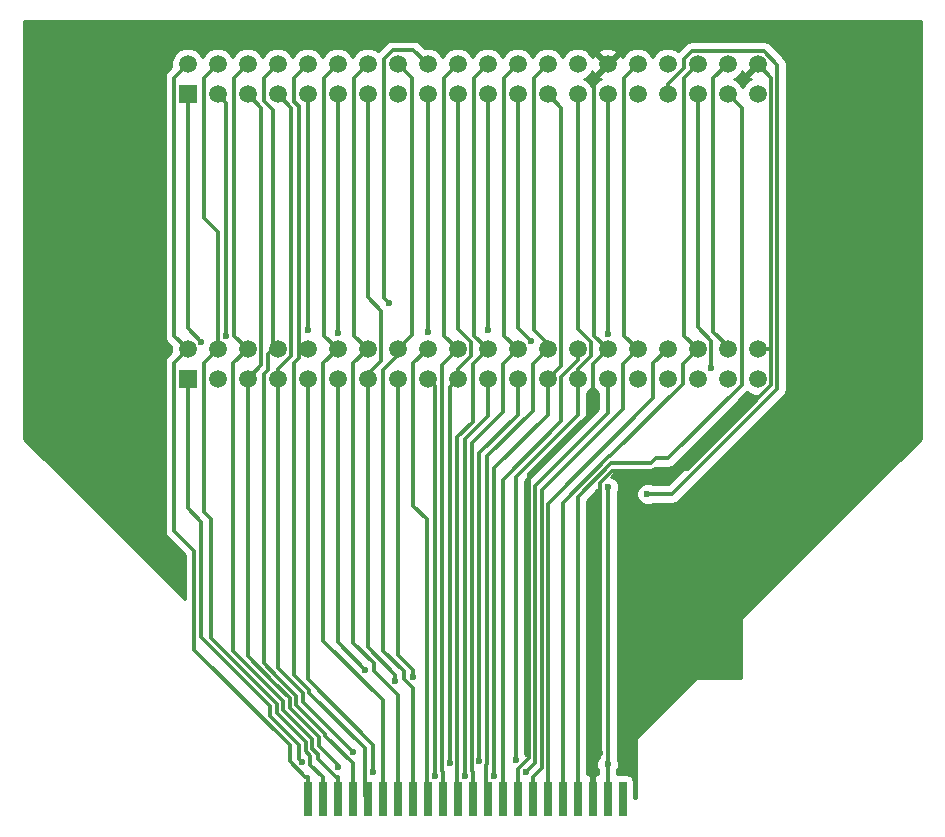
<source format=gbl>
G04 #@! TF.FileFunction,Copper,L2,Bot,Signal*
%FSLAX46Y46*%
G04 Gerber Fmt 4.6, Leading zero omitted, Abs format (unit mm)*
G04 Created by KiCad (PCBNEW 4.0.2+dfsg1-stable) date Fri 01 Mar 2019 18:56:52 CET*
%MOMM*%
G01*
G04 APERTURE LIST*
%ADD10C,0.100000*%
%ADD11R,1.520000X1.520000*%
%ADD12C,1.520000*%
%ADD13R,0.635000X3.000000*%
%ADD14C,0.600000*%
%ADD15C,0.350000*%
%ADD16C,0.254000*%
G04 APERTURE END LIST*
D10*
D11*
X132080000Y-71120000D03*
D12*
X132080000Y-68580000D03*
X134620000Y-71120000D03*
X134620000Y-68580000D03*
X137160000Y-71120000D03*
X137160000Y-68580000D03*
X139700000Y-71120000D03*
X139700000Y-68580000D03*
X142240000Y-71120000D03*
X142240000Y-68580000D03*
X144780000Y-71120000D03*
X144780000Y-68580000D03*
X147320000Y-71120000D03*
X147320000Y-68580000D03*
X149860000Y-71120000D03*
X149860000Y-68580000D03*
X152400000Y-71120000D03*
X152400000Y-68580000D03*
X154940000Y-71120000D03*
X154940000Y-68580000D03*
X157480000Y-71120000D03*
X157480000Y-68580000D03*
X160020000Y-71120000D03*
X160020000Y-68580000D03*
X162560000Y-71120000D03*
X162560000Y-68580000D03*
X165100000Y-71120000D03*
X165100000Y-68580000D03*
X167640000Y-71120000D03*
X167640000Y-68580000D03*
X170180000Y-71120000D03*
X170180000Y-68580000D03*
X172720000Y-71120000D03*
X172720000Y-68580000D03*
X175260000Y-71120000D03*
X175260000Y-68580000D03*
X177800000Y-71120000D03*
X177800000Y-68580000D03*
X180340000Y-71120000D03*
X180340000Y-68580000D03*
D13*
X142240000Y-130810000D03*
X143510000Y-130810000D03*
X144780000Y-130810000D03*
X146050000Y-130810000D03*
X147320000Y-130810000D03*
X148590000Y-130810000D03*
X149860000Y-130810000D03*
X151130000Y-130810000D03*
X152400000Y-130810000D03*
X153670000Y-130810000D03*
X154940000Y-130810000D03*
X156210000Y-130810000D03*
X157480000Y-130810000D03*
X158750000Y-130810000D03*
X160020000Y-130810000D03*
X161290000Y-130810000D03*
X162560000Y-130810000D03*
X163830000Y-130810000D03*
X165100000Y-130810000D03*
X166370000Y-130810000D03*
X167640000Y-130810000D03*
X168910000Y-130810000D03*
D11*
X132080000Y-95250000D03*
D12*
X132080000Y-92710000D03*
X134620000Y-95250000D03*
X134620000Y-92710000D03*
X137160000Y-95250000D03*
X137160000Y-92710000D03*
X139700000Y-95250000D03*
X139700000Y-92710000D03*
X142240000Y-95250000D03*
X142240000Y-92710000D03*
X144780000Y-95250000D03*
X144780000Y-92710000D03*
X147320000Y-95250000D03*
X147320000Y-92710000D03*
X149860000Y-95250000D03*
X149860000Y-92710000D03*
X152400000Y-95250000D03*
X152400000Y-92710000D03*
X154940000Y-95250000D03*
X154940000Y-92710000D03*
X157480000Y-95250000D03*
X157480000Y-92710000D03*
X160020000Y-95250000D03*
X160020000Y-92710000D03*
X162560000Y-95250000D03*
X162560000Y-92710000D03*
X165100000Y-95250000D03*
X165100000Y-92710000D03*
X167640000Y-95250000D03*
X167640000Y-92710000D03*
X170180000Y-95250000D03*
X170180000Y-92710000D03*
X172720000Y-95250000D03*
X172720000Y-92710000D03*
X175260000Y-95250000D03*
X175260000Y-92710000D03*
X177800000Y-95250000D03*
X177800000Y-92710000D03*
X180340000Y-95250000D03*
X180340000Y-92710000D03*
D14*
X141781300Y-127655600D03*
X133215400Y-92053400D03*
X135316200Y-91562300D03*
X144780000Y-128114600D03*
X146050000Y-126807800D03*
X147754200Y-128500500D03*
X142240000Y-91074000D03*
X147145700Y-119828600D03*
X144780000Y-91356900D03*
X149668200Y-120814400D03*
X151130000Y-120436300D03*
X152994200Y-128810900D03*
X152400000Y-91259900D03*
X154263700Y-127694200D03*
X155532700Y-128810900D03*
X157480000Y-91071500D03*
X156800700Y-127530600D03*
X161155400Y-92038700D03*
X158066600Y-128810900D03*
X159860600Y-127479300D03*
X160718200Y-128532100D03*
X167640000Y-91400100D03*
X171016100Y-104962200D03*
X176395300Y-94327500D03*
X167696900Y-104387000D03*
X167640000Y-127858500D03*
X167005000Y-126904100D03*
X149123600Y-88817700D03*
D15*
X142240000Y-130810000D02*
X142240000Y-128934700D01*
X130944600Y-93845400D02*
X132080000Y-92710000D01*
X130944600Y-108053400D02*
X130944600Y-93845400D01*
X132653300Y-109762100D02*
X130944600Y-108053400D01*
X132653300Y-118138300D02*
X132653300Y-109762100D01*
X140731500Y-126216500D02*
X132653300Y-118138300D01*
X140731500Y-127599400D02*
X140731500Y-126216500D01*
X142066800Y-128934700D02*
X140731500Y-127599400D01*
X142240000Y-128934700D02*
X142066800Y-128934700D01*
X130944600Y-69715400D02*
X132080000Y-68580000D01*
X130944600Y-91574600D02*
X130944600Y-69715400D01*
X132080000Y-92710000D02*
X130944600Y-91574600D01*
X176609400Y-69770600D02*
X177800000Y-68580000D01*
X176609400Y-91239000D02*
X176609400Y-69770600D01*
X177800000Y-92429600D02*
X176609400Y-91239000D01*
X177800000Y-92710000D02*
X177800000Y-92429600D01*
X132080000Y-106173900D02*
X132080000Y-95250000D01*
X133203700Y-107297600D02*
X132080000Y-106173900D01*
X133203700Y-117071800D02*
X133203700Y-107297600D01*
X139080500Y-122948600D02*
X133203700Y-117071800D01*
X139080600Y-122948600D02*
X139080500Y-122948600D01*
X139080600Y-123727000D02*
X139080600Y-122948600D01*
X141538700Y-126185100D02*
X139080600Y-123727000D01*
X141538700Y-127413000D02*
X141538700Y-126185100D01*
X141781300Y-127655600D02*
X141538700Y-127413000D01*
X132080000Y-90918000D02*
X133215400Y-92053400D01*
X132080000Y-71120000D02*
X132080000Y-90918000D01*
X135316200Y-71816200D02*
X134620000Y-71120000D01*
X135316200Y-91562300D02*
X135316200Y-71816200D01*
X137160000Y-118693200D02*
X137160000Y-95250000D01*
X139442200Y-120975400D02*
X137160000Y-118693200D01*
X139442300Y-120975400D02*
X139442200Y-120975400D01*
X140731500Y-122264600D02*
X139442300Y-120975400D01*
X140731500Y-123043000D02*
X140731500Y-122264600D01*
X143189600Y-125501100D02*
X140731500Y-123043000D01*
X143189600Y-126279400D02*
X143189600Y-125501100D01*
X144780000Y-127869800D02*
X143189600Y-126279400D01*
X144780000Y-128114600D02*
X144780000Y-127869800D01*
X138331500Y-72291500D02*
X137160000Y-71120000D01*
X138331500Y-94078500D02*
X138331500Y-72291500D01*
X137160000Y-95250000D02*
X138331500Y-94078500D01*
X139700000Y-94393700D02*
X139700000Y-95250000D01*
X140856300Y-93237400D02*
X139700000Y-94393700D01*
X140856300Y-72276300D02*
X140856300Y-93237400D01*
X139700000Y-71120000D02*
X140856300Y-72276300D01*
X139700000Y-119676600D02*
X139700000Y-95250000D01*
X139700100Y-119676600D02*
X139700000Y-119676600D01*
X141832100Y-121808600D02*
X139700100Y-119676600D01*
X141832100Y-122587000D02*
X141832100Y-121808600D01*
X146050000Y-126804900D02*
X141832100Y-122587000D01*
X146050000Y-126807800D02*
X146050000Y-126804900D01*
X142240000Y-71120000D02*
X142240000Y-91074000D01*
X142240000Y-120659900D02*
X142240000Y-95250000D01*
X147754200Y-126174100D02*
X142240000Y-120659900D01*
X147754200Y-128500500D02*
X147754200Y-126174100D01*
X144780000Y-117462900D02*
X144780000Y-95250000D01*
X147145700Y-119828600D02*
X144780000Y-117462900D01*
X144780000Y-71120000D02*
X144780000Y-91356900D01*
X147320000Y-117907600D02*
X147320000Y-95250000D01*
X149668200Y-120255800D02*
X147320000Y-117907600D01*
X149668200Y-120814400D02*
X149668200Y-120255800D01*
X147320000Y-94816400D02*
X147320000Y-95250000D01*
X148470800Y-93665600D02*
X147320000Y-94816400D01*
X148470800Y-89469700D02*
X148470800Y-93665600D01*
X147320000Y-88318900D02*
X148470800Y-89469700D01*
X147320000Y-71120000D02*
X147320000Y-88318900D01*
X149860000Y-118564700D02*
X149860000Y-95250000D01*
X151130000Y-119834700D02*
X149860000Y-118564700D01*
X151130000Y-120436300D02*
X151130000Y-119834700D01*
X152994200Y-95844200D02*
X152400000Y-95250000D01*
X152994200Y-128810900D02*
X152994200Y-95844200D01*
X152400000Y-71120000D02*
X152400000Y-91259900D01*
X154263700Y-95926300D02*
X154940000Y-95250000D01*
X154263700Y-127694200D02*
X154263700Y-95926300D01*
X154940000Y-94393700D02*
X154940000Y-95250000D01*
X156085100Y-93248600D02*
X154940000Y-94393700D01*
X156085100Y-92093500D02*
X156085100Y-93248600D01*
X154940000Y-90948400D02*
X156085100Y-92093500D01*
X154940000Y-71120000D02*
X154940000Y-90948400D01*
X157480000Y-98376700D02*
X157480000Y-95250000D01*
X155532700Y-100324000D02*
X157480000Y-98376700D01*
X155532700Y-128810900D02*
X155532700Y-100324000D01*
X157480000Y-71120000D02*
X157480000Y-91071500D01*
X160020000Y-98247800D02*
X160020000Y-95250000D01*
X156800700Y-101467100D02*
X160020000Y-98247800D01*
X156800700Y-127530600D02*
X156800700Y-101467100D01*
X160020000Y-90903300D02*
X161155400Y-92038700D01*
X160020000Y-71120000D02*
X160020000Y-90903300D01*
X163703100Y-72263100D02*
X162560000Y-71120000D01*
X163703100Y-94106900D02*
X163703100Y-72263100D01*
X162560000Y-95250000D02*
X163703100Y-94106900D01*
X158066600Y-102722000D02*
X158066600Y-128810900D01*
X162560000Y-98228600D02*
X158066600Y-102722000D01*
X162560000Y-95250000D02*
X162560000Y-98228600D01*
X165100000Y-94393700D02*
X165100000Y-95250000D01*
X166245100Y-93248600D02*
X165100000Y-94393700D01*
X166245100Y-92093500D02*
X166245100Y-93248600D01*
X165100000Y-90948400D02*
X166245100Y-92093500D01*
X165100000Y-71120000D02*
X165100000Y-90948400D01*
X165100000Y-98284000D02*
X165100000Y-95250000D01*
X159860600Y-103523400D02*
X165100000Y-98284000D01*
X159860600Y-127479300D02*
X159860600Y-103523400D01*
X167640000Y-71120000D02*
X167640000Y-91400100D01*
X167640000Y-98113300D02*
X167640000Y-95250000D01*
X161511500Y-104241800D02*
X167640000Y-98113300D01*
X161511500Y-127738800D02*
X161511500Y-104241800D01*
X160718200Y-128532100D02*
X161511500Y-127738800D01*
X173126000Y-104962200D02*
X171016100Y-104962200D01*
X182032400Y-96055800D02*
X173126000Y-104962200D01*
X182032400Y-68600300D02*
X182032400Y-96055800D01*
X180872400Y-67440300D02*
X182032400Y-68600300D01*
X174794000Y-67440300D02*
X180872400Y-67440300D01*
X174124600Y-68109700D02*
X174794000Y-67440300D01*
X174124600Y-68859100D02*
X174124600Y-68109700D01*
X172720000Y-70263700D02*
X174124600Y-68859100D01*
X172720000Y-71120000D02*
X172720000Y-70263700D01*
X176395300Y-91980000D02*
X176395300Y-94327500D01*
X175260000Y-90844700D02*
X176395300Y-91980000D01*
X175260000Y-71120000D02*
X175260000Y-90844700D01*
X167640000Y-127858500D02*
X167640000Y-130810000D01*
X167696900Y-127801600D02*
X167696900Y-104387000D01*
X167640000Y-127858500D02*
X167696900Y-127801600D01*
X160020000Y-130810000D02*
X160020000Y-128934700D01*
X166472500Y-69747500D02*
X167640000Y-68580000D01*
X166472500Y-91542500D02*
X166472500Y-69747500D01*
X167640000Y-92710000D02*
X166472500Y-91542500D01*
X180340000Y-92710000D02*
X181481200Y-92710000D01*
X181481200Y-69721200D02*
X181481200Y-92710000D01*
X180340000Y-68580000D02*
X181481200Y-69721200D01*
X166370000Y-127539100D02*
X167005000Y-126904100D01*
X166370000Y-130810000D02*
X166370000Y-127539100D01*
X166370000Y-93980000D02*
X167640000Y-92710000D01*
X166370000Y-97889300D02*
X166370000Y-93980000D01*
X160961200Y-103298100D02*
X166370000Y-97889300D01*
X160961200Y-127333800D02*
X160961200Y-103298100D01*
X160020100Y-128274900D02*
X160961200Y-127333800D01*
X160020000Y-128274900D02*
X160020100Y-128274900D01*
X160020000Y-128934700D02*
X160020000Y-128274900D01*
X167005000Y-104063100D02*
X167005000Y-126904100D01*
X168040500Y-103027600D02*
X167005000Y-104063100D01*
X171403600Y-103027600D02*
X168040500Y-103027600D01*
X171631600Y-102799600D02*
X171403600Y-103027600D01*
X174447300Y-102799600D02*
X171631600Y-102799600D01*
X181481200Y-95765700D02*
X174447300Y-102799600D01*
X181481200Y-92710000D02*
X181481200Y-95765700D01*
X143510000Y-130810000D02*
X143510000Y-128934700D01*
X133478800Y-93851200D02*
X134620000Y-92710000D01*
X133478800Y-106519100D02*
X133478800Y-93851200D01*
X134029100Y-107069400D02*
X133478800Y-106519100D01*
X134029100Y-117118900D02*
X134029100Y-107069400D01*
X138986200Y-122076000D02*
X134029100Y-117118900D01*
X138986300Y-122076000D02*
X138986200Y-122076000D01*
X139630900Y-122720600D02*
X138986300Y-122076000D01*
X139630900Y-123499000D02*
X139630900Y-122720600D01*
X142089000Y-125957100D02*
X139630900Y-123499000D01*
X142089000Y-126735400D02*
X142089000Y-125957100D01*
X142456700Y-127103100D02*
X142089000Y-126735400D01*
X142456700Y-127881400D02*
X142456700Y-127103100D01*
X143510000Y-128934700D02*
X142456700Y-127881400D01*
X133478800Y-69721200D02*
X134620000Y-68580000D01*
X133478800Y-81606400D02*
X133478800Y-69721200D01*
X134620000Y-82747600D02*
X133478800Y-81606400D01*
X134620000Y-92710000D02*
X134620000Y-82747600D01*
X144780000Y-130810000D02*
X144780000Y-128934700D01*
X136012300Y-69727700D02*
X137160000Y-68580000D01*
X136012300Y-91562300D02*
X136012300Y-69727700D01*
X137160000Y-92710000D02*
X136012300Y-91562300D01*
X135969400Y-93900600D02*
X137160000Y-92710000D01*
X135969400Y-118280900D02*
X135969400Y-93900600D01*
X139214200Y-121525700D02*
X135969400Y-118280900D01*
X139214300Y-121525700D02*
X139214200Y-121525700D01*
X140181200Y-122492600D02*
X139214300Y-121525700D01*
X140181200Y-123271000D02*
X140181200Y-122492600D01*
X142639300Y-125729100D02*
X140181200Y-123271000D01*
X142639300Y-126507400D02*
X142639300Y-125729100D01*
X143106700Y-126974800D02*
X142639300Y-126507400D01*
X143106700Y-127396300D02*
X143106700Y-126974800D01*
X144645100Y-128934700D02*
X143106700Y-127396300D01*
X144780000Y-128934700D02*
X144645100Y-128934700D01*
X139298200Y-92710000D02*
X139700000Y-92710000D01*
X138538500Y-69741500D02*
X139700000Y-68580000D01*
X138538500Y-71720100D02*
X138538500Y-69741500D01*
X139298200Y-72479800D02*
X138538500Y-71720100D01*
X139298200Y-92710000D02*
X139298200Y-72479800D01*
X138896400Y-93111800D02*
X139298200Y-92710000D01*
X138896400Y-94448000D02*
X138896400Y-93111800D01*
X138548300Y-94796100D02*
X138896400Y-94448000D01*
X138548300Y-119303200D02*
X138548300Y-94796100D01*
X139670200Y-120425100D02*
X138548300Y-119303200D01*
X139670300Y-120425100D02*
X139670200Y-120425100D01*
X141281800Y-122036600D02*
X139670300Y-120425100D01*
X141281800Y-122815000D02*
X141281800Y-122036600D01*
X143739900Y-125273100D02*
X141281800Y-122815000D01*
X143739900Y-125452700D02*
X143739900Y-125273100D01*
X146050000Y-127762800D02*
X143739900Y-125452700D01*
X146050000Y-130810000D02*
X146050000Y-127762800D01*
X141485700Y-92710000D02*
X142240000Y-92710000D01*
X141098900Y-69721100D02*
X142240000Y-68580000D01*
X141098900Y-71740500D02*
X141098900Y-69721100D01*
X141485700Y-72127300D02*
X141098900Y-71740500D01*
X141485700Y-92710000D02*
X141485700Y-72127300D01*
X141485700Y-93464300D02*
X141485700Y-92710000D01*
X141103900Y-93846100D02*
X141485700Y-93464300D01*
X141103900Y-120302100D02*
X141103900Y-93846100D01*
X142382400Y-121580600D02*
X141103900Y-120302100D01*
X142382400Y-121795400D02*
X142382400Y-121580600D01*
X147078800Y-126491800D02*
X142382400Y-121795400D01*
X147078800Y-130568800D02*
X147078800Y-126491800D01*
X147320000Y-130810000D02*
X147078800Y-130568800D01*
X143589400Y-93900600D02*
X144780000Y-92710000D01*
X143589400Y-117393200D02*
X143589400Y-93900600D01*
X148590000Y-122393800D02*
X143589400Y-117393200D01*
X148590000Y-130810000D02*
X148590000Y-122393800D01*
X143632300Y-69727700D02*
X144780000Y-68580000D01*
X143632300Y-91562300D02*
X143632300Y-69727700D01*
X144780000Y-92710000D02*
X143632300Y-91562300D01*
X146129400Y-93900600D02*
X147320000Y-92710000D01*
X146129400Y-117561900D02*
X146129400Y-93900600D01*
X147851400Y-119283900D02*
X146129400Y-117561900D01*
X147851400Y-119962000D02*
X147851400Y-119283900D01*
X149860000Y-121970600D02*
X147851400Y-119962000D01*
X149860000Y-130810000D02*
X149860000Y-121970600D01*
X146172300Y-69727700D02*
X147320000Y-68580000D01*
X146172300Y-91562300D02*
X146172300Y-69727700D01*
X147320000Y-92710000D02*
X146172300Y-91562300D01*
X149860000Y-93231500D02*
X149860000Y-92710000D01*
X148669400Y-94422100D02*
X149860000Y-93231500D01*
X148669400Y-118219000D02*
X148669400Y-94422100D01*
X150377000Y-119926600D02*
X148669400Y-118219000D01*
X150377000Y-120638300D02*
X150377000Y-119926600D01*
X151130000Y-121391300D02*
X150377000Y-120638300D01*
X151130000Y-130810000D02*
X151130000Y-121391300D01*
X151046000Y-91524000D02*
X149860000Y-92710000D01*
X151046000Y-69766000D02*
X151046000Y-91524000D01*
X149860000Y-68580000D02*
X151046000Y-69766000D01*
X152318900Y-130728900D02*
X152400000Y-130810000D01*
X152318900Y-107106100D02*
X152318900Y-130728900D01*
X151209400Y-105996600D02*
X152318900Y-107106100D01*
X151209400Y-93900600D02*
X151209400Y-105996600D01*
X152400000Y-92710000D02*
X151209400Y-93900600D01*
X148697800Y-88391900D02*
X149123600Y-88817700D01*
X148697800Y-68124200D02*
X148697800Y-88391900D01*
X149438600Y-67383400D02*
X148697800Y-68124200D01*
X151203400Y-67383400D02*
X149438600Y-67383400D01*
X152400000Y-68580000D02*
X151203400Y-67383400D01*
X153670000Y-130810000D02*
X153670000Y-128934700D01*
X153588400Y-94061600D02*
X154940000Y-92710000D01*
X153588400Y-128450000D02*
X153588400Y-94061600D01*
X153670000Y-128531600D02*
X153588400Y-128450000D01*
X153670000Y-128934700D02*
X153670000Y-128531600D01*
X153786300Y-91556300D02*
X154940000Y-92710000D01*
X153786300Y-69733700D02*
X153786300Y-91556300D01*
X154940000Y-68580000D02*
X153786300Y-69733700D01*
X156210000Y-93980000D02*
X157480000Y-92710000D01*
X156210000Y-98868400D02*
X156210000Y-93980000D01*
X154939000Y-100139400D02*
X156210000Y-98868400D01*
X154939000Y-127974000D02*
X154939000Y-100139400D01*
X154857400Y-128055600D02*
X154939000Y-127974000D01*
X154857400Y-130727400D02*
X154857400Y-128055600D01*
X154940000Y-130810000D02*
X154857400Y-130727400D01*
X156312500Y-69747500D02*
X157480000Y-68580000D01*
X156312500Y-91542500D02*
X156312500Y-69747500D01*
X157480000Y-92710000D02*
X156312500Y-91542500D01*
X156210000Y-130810000D02*
X156210000Y-128934700D01*
X158750000Y-93980000D02*
X160020000Y-92710000D01*
X158750000Y-97978900D02*
X158750000Y-93980000D01*
X156125400Y-100603500D02*
X158750000Y-97978900D01*
X156125400Y-128448500D02*
X156125400Y-100603500D01*
X156210000Y-128533100D02*
X156125400Y-128448500D01*
X156210000Y-128934700D02*
X156210000Y-128533100D01*
X158852500Y-69747500D02*
X160020000Y-68580000D01*
X158852500Y-91542500D02*
X158852500Y-69747500D01*
X160020000Y-92710000D02*
X158852500Y-91542500D01*
X161392500Y-69747500D02*
X162560000Y-68580000D01*
X161392500Y-91072600D02*
X161392500Y-69747500D01*
X162560000Y-92240100D02*
X161392500Y-91072600D01*
X162560000Y-92710000D02*
X162560000Y-92240100D01*
X157391300Y-130721300D02*
X157480000Y-130810000D01*
X157391300Y-127895100D02*
X157391300Y-130721300D01*
X157476000Y-127810400D02*
X157391300Y-127895100D01*
X157476000Y-101780100D02*
X157476000Y-127810400D01*
X161290000Y-97966100D02*
X157476000Y-101780100D01*
X161290000Y-93980000D02*
X161290000Y-97966100D01*
X162560000Y-92710000D02*
X161290000Y-93980000D01*
X165100000Y-93615300D02*
X165100000Y-92710000D01*
X163695400Y-95019900D02*
X165100000Y-93615300D01*
X163695400Y-98816400D02*
X163695400Y-95019900D01*
X158750000Y-103761800D02*
X163695400Y-98816400D01*
X158750000Y-130810000D02*
X158750000Y-103761800D01*
X161290000Y-130810000D02*
X161290000Y-128934700D01*
X169012500Y-69747500D02*
X170180000Y-68580000D01*
X169012500Y-91542500D02*
X169012500Y-69747500D01*
X170180000Y-92710000D02*
X169012500Y-91542500D01*
X168910000Y-93980000D02*
X170180000Y-92710000D01*
X168910000Y-97786800D02*
X168910000Y-93980000D01*
X162061800Y-104635000D02*
X168910000Y-97786800D01*
X162061800Y-128162900D02*
X162061800Y-104635000D01*
X161290000Y-128934700D02*
X162061800Y-128162900D01*
X171529400Y-93900600D02*
X172720000Y-92710000D01*
X171529400Y-96850000D02*
X171529400Y-93900600D01*
X162612200Y-105767200D02*
X171529400Y-96850000D01*
X162612200Y-128882500D02*
X162612200Y-105767200D01*
X162560000Y-128934700D02*
X162612200Y-128882500D01*
X162560000Y-130810000D02*
X162560000Y-128934700D01*
X174092500Y-69747500D02*
X175260000Y-68580000D01*
X174092500Y-91542500D02*
X174092500Y-69747500D01*
X175260000Y-92710000D02*
X174092500Y-91542500D01*
X173990000Y-93980000D02*
X175260000Y-92710000D01*
X173990000Y-95618800D02*
X173990000Y-93980000D01*
X167876200Y-101732600D02*
X173990000Y-95618800D01*
X167778900Y-101732600D02*
X167876200Y-101732600D01*
X163830000Y-105681500D02*
X167778900Y-101732600D01*
X163830000Y-130810000D02*
X163830000Y-105681500D01*
X165100000Y-105189800D02*
X165100000Y-130810000D01*
X167926300Y-102363500D02*
X165100000Y-105189800D01*
X171289400Y-102363500D02*
X167926300Y-102363500D01*
X171725900Y-101927000D02*
X171289400Y-102363500D01*
X172757600Y-101927000D02*
X171725900Y-101927000D01*
X178985600Y-95699000D02*
X172757600Y-101927000D01*
X178985600Y-72305600D02*
X178985600Y-95699000D01*
X177800000Y-71120000D02*
X178985600Y-72305600D01*
D16*
G36*
X194183000Y-100277394D02*
X178980197Y-115480197D01*
X178952334Y-115522211D01*
X178943000Y-115570000D01*
X178943000Y-120523000D01*
X175260000Y-120523000D01*
X175210590Y-120533006D01*
X175170197Y-120560197D01*
X170090197Y-125640197D01*
X170062334Y-125682211D01*
X170053000Y-125730000D01*
X170053000Y-130683000D01*
X169874940Y-130683000D01*
X169874940Y-129310000D01*
X169830662Y-129074683D01*
X169691590Y-128858559D01*
X169479390Y-128713569D01*
X169227500Y-128662560D01*
X168592500Y-128662560D01*
X168450000Y-128689373D01*
X168450000Y-128345941D01*
X168574838Y-128045299D01*
X168575162Y-127673333D01*
X168506900Y-127508126D01*
X168506900Y-104874441D01*
X168631738Y-104573799D01*
X168632062Y-104201833D01*
X168490017Y-103858057D01*
X168227227Y-103594808D01*
X167953971Y-103481342D01*
X168261813Y-103173500D01*
X171289400Y-103173500D01*
X171599374Y-103111842D01*
X171862156Y-102936256D01*
X172061412Y-102737000D01*
X172757600Y-102737000D01*
X173067574Y-102675342D01*
X173330356Y-102499756D01*
X179473537Y-96356576D01*
X179548764Y-96431934D01*
X180061300Y-96644758D01*
X180297723Y-96644964D01*
X172790488Y-104152200D01*
X171503541Y-104152200D01*
X171202899Y-104027362D01*
X170830933Y-104027038D01*
X170487157Y-104169083D01*
X170223908Y-104431873D01*
X170081262Y-104775401D01*
X170080938Y-105147367D01*
X170222983Y-105491143D01*
X170485773Y-105754392D01*
X170829301Y-105897038D01*
X171201267Y-105897362D01*
X171504183Y-105772200D01*
X173126000Y-105772200D01*
X173435974Y-105710542D01*
X173698756Y-105534956D01*
X182605157Y-96628556D01*
X182780743Y-96365773D01*
X182842400Y-96055800D01*
X182842400Y-68600300D01*
X182802636Y-68400395D01*
X182780743Y-68290327D01*
X182605157Y-68027544D01*
X181445156Y-66867544D01*
X181359999Y-66810644D01*
X181182374Y-66691958D01*
X180872400Y-66630300D01*
X174794000Y-66630300D01*
X174484027Y-66691957D01*
X174221244Y-66867543D01*
X173600901Y-67487887D01*
X173511236Y-67398066D01*
X172998700Y-67185242D01*
X172443735Y-67184758D01*
X171930828Y-67396687D01*
X171538066Y-67788764D01*
X171450046Y-68000738D01*
X171363313Y-67790828D01*
X170971236Y-67398066D01*
X170458700Y-67185242D01*
X169903735Y-67184758D01*
X169390828Y-67396687D01*
X168998066Y-67788764D01*
X168916609Y-67984934D01*
X168860742Y-67850059D01*
X168618764Y-67780841D01*
X167819605Y-68580000D01*
X167833748Y-68594143D01*
X167654143Y-68773748D01*
X167640000Y-68759605D01*
X166840841Y-69558764D01*
X166910059Y-69800742D01*
X167054862Y-69852382D01*
X166850828Y-69936687D01*
X166458066Y-70328764D01*
X166370046Y-70540738D01*
X166283313Y-70330828D01*
X165891236Y-69938066D01*
X165679262Y-69850046D01*
X165889172Y-69763313D01*
X166281934Y-69371236D01*
X166363391Y-69175066D01*
X166419258Y-69309941D01*
X166661236Y-69379159D01*
X167460395Y-68580000D01*
X166661236Y-67780841D01*
X166419258Y-67850059D01*
X166367618Y-67994862D01*
X166283313Y-67790828D01*
X166094052Y-67601236D01*
X166840841Y-67601236D01*
X167640000Y-68400395D01*
X168439159Y-67601236D01*
X168369941Y-67359258D01*
X167847220Y-67172845D01*
X167292951Y-67200659D01*
X166910059Y-67359258D01*
X166840841Y-67601236D01*
X166094052Y-67601236D01*
X165891236Y-67398066D01*
X165378700Y-67185242D01*
X164823735Y-67184758D01*
X164310828Y-67396687D01*
X163918066Y-67788764D01*
X163830046Y-68000738D01*
X163743313Y-67790828D01*
X163351236Y-67398066D01*
X162838700Y-67185242D01*
X162283735Y-67184758D01*
X161770828Y-67396687D01*
X161378066Y-67788764D01*
X161290046Y-68000738D01*
X161203313Y-67790828D01*
X160811236Y-67398066D01*
X160298700Y-67185242D01*
X159743735Y-67184758D01*
X159230828Y-67396687D01*
X158838066Y-67788764D01*
X158750046Y-68000738D01*
X158663313Y-67790828D01*
X158271236Y-67398066D01*
X157758700Y-67185242D01*
X157203735Y-67184758D01*
X156690828Y-67396687D01*
X156298066Y-67788764D01*
X156210046Y-68000738D01*
X156123313Y-67790828D01*
X155731236Y-67398066D01*
X155218700Y-67185242D01*
X154663735Y-67184758D01*
X154150828Y-67396687D01*
X153758066Y-67788764D01*
X153670046Y-68000738D01*
X153583313Y-67790828D01*
X153191236Y-67398066D01*
X152678700Y-67185242D01*
X152150293Y-67184781D01*
X151776156Y-66810644D01*
X151513374Y-66635058D01*
X151203400Y-66573400D01*
X149438600Y-66573400D01*
X149128626Y-66635058D01*
X148997235Y-66722851D01*
X148865843Y-66810644D01*
X148194756Y-67481732D01*
X148111236Y-67398066D01*
X147598700Y-67185242D01*
X147043735Y-67184758D01*
X146530828Y-67396687D01*
X146138066Y-67788764D01*
X146050046Y-68000738D01*
X145963313Y-67790828D01*
X145571236Y-67398066D01*
X145058700Y-67185242D01*
X144503735Y-67184758D01*
X143990828Y-67396687D01*
X143598066Y-67788764D01*
X143510046Y-68000738D01*
X143423313Y-67790828D01*
X143031236Y-67398066D01*
X142518700Y-67185242D01*
X141963735Y-67184758D01*
X141450828Y-67396687D01*
X141058066Y-67788764D01*
X140970046Y-68000738D01*
X140883313Y-67790828D01*
X140491236Y-67398066D01*
X139978700Y-67185242D01*
X139423735Y-67184758D01*
X138910828Y-67396687D01*
X138518066Y-67788764D01*
X138430046Y-68000738D01*
X138343313Y-67790828D01*
X137951236Y-67398066D01*
X137438700Y-67185242D01*
X136883735Y-67184758D01*
X136370828Y-67396687D01*
X135978066Y-67788764D01*
X135890046Y-68000738D01*
X135803313Y-67790828D01*
X135411236Y-67398066D01*
X134898700Y-67185242D01*
X134343735Y-67184758D01*
X133830828Y-67396687D01*
X133438066Y-67788764D01*
X133350046Y-68000738D01*
X133263313Y-67790828D01*
X132871236Y-67398066D01*
X132358700Y-67185242D01*
X131803735Y-67184758D01*
X131290828Y-67396687D01*
X130898066Y-67788764D01*
X130685242Y-68301300D01*
X130684781Y-68829707D01*
X130371844Y-69142644D01*
X130196258Y-69405426D01*
X130134600Y-69715400D01*
X130134600Y-91574600D01*
X130196258Y-91884574D01*
X130338034Y-92096756D01*
X130371844Y-92147356D01*
X130685216Y-92460729D01*
X130684781Y-92959707D01*
X130371844Y-93272644D01*
X130196258Y-93535426D01*
X130134600Y-93845400D01*
X130134600Y-108053400D01*
X130196258Y-108363374D01*
X130294231Y-108510000D01*
X130371844Y-108626156D01*
X131843300Y-110097613D01*
X131843300Y-113883694D01*
X118237000Y-100277394D01*
X118237000Y-64897000D01*
X194183000Y-64897000D01*
X194183000Y-100277394D01*
X194183000Y-100277394D01*
G37*
X194183000Y-100277394D02*
X178980197Y-115480197D01*
X178952334Y-115522211D01*
X178943000Y-115570000D01*
X178943000Y-120523000D01*
X175260000Y-120523000D01*
X175210590Y-120533006D01*
X175170197Y-120560197D01*
X170090197Y-125640197D01*
X170062334Y-125682211D01*
X170053000Y-125730000D01*
X170053000Y-130683000D01*
X169874940Y-130683000D01*
X169874940Y-129310000D01*
X169830662Y-129074683D01*
X169691590Y-128858559D01*
X169479390Y-128713569D01*
X169227500Y-128662560D01*
X168592500Y-128662560D01*
X168450000Y-128689373D01*
X168450000Y-128345941D01*
X168574838Y-128045299D01*
X168575162Y-127673333D01*
X168506900Y-127508126D01*
X168506900Y-104874441D01*
X168631738Y-104573799D01*
X168632062Y-104201833D01*
X168490017Y-103858057D01*
X168227227Y-103594808D01*
X167953971Y-103481342D01*
X168261813Y-103173500D01*
X171289400Y-103173500D01*
X171599374Y-103111842D01*
X171862156Y-102936256D01*
X172061412Y-102737000D01*
X172757600Y-102737000D01*
X173067574Y-102675342D01*
X173330356Y-102499756D01*
X179473537Y-96356576D01*
X179548764Y-96431934D01*
X180061300Y-96644758D01*
X180297723Y-96644964D01*
X172790488Y-104152200D01*
X171503541Y-104152200D01*
X171202899Y-104027362D01*
X170830933Y-104027038D01*
X170487157Y-104169083D01*
X170223908Y-104431873D01*
X170081262Y-104775401D01*
X170080938Y-105147367D01*
X170222983Y-105491143D01*
X170485773Y-105754392D01*
X170829301Y-105897038D01*
X171201267Y-105897362D01*
X171504183Y-105772200D01*
X173126000Y-105772200D01*
X173435974Y-105710542D01*
X173698756Y-105534956D01*
X182605157Y-96628556D01*
X182780743Y-96365773D01*
X182842400Y-96055800D01*
X182842400Y-68600300D01*
X182802636Y-68400395D01*
X182780743Y-68290327D01*
X182605157Y-68027544D01*
X181445156Y-66867544D01*
X181359999Y-66810644D01*
X181182374Y-66691958D01*
X180872400Y-66630300D01*
X174794000Y-66630300D01*
X174484027Y-66691957D01*
X174221244Y-66867543D01*
X173600901Y-67487887D01*
X173511236Y-67398066D01*
X172998700Y-67185242D01*
X172443735Y-67184758D01*
X171930828Y-67396687D01*
X171538066Y-67788764D01*
X171450046Y-68000738D01*
X171363313Y-67790828D01*
X170971236Y-67398066D01*
X170458700Y-67185242D01*
X169903735Y-67184758D01*
X169390828Y-67396687D01*
X168998066Y-67788764D01*
X168916609Y-67984934D01*
X168860742Y-67850059D01*
X168618764Y-67780841D01*
X167819605Y-68580000D01*
X167833748Y-68594143D01*
X167654143Y-68773748D01*
X167640000Y-68759605D01*
X166840841Y-69558764D01*
X166910059Y-69800742D01*
X167054862Y-69852382D01*
X166850828Y-69936687D01*
X166458066Y-70328764D01*
X166370046Y-70540738D01*
X166283313Y-70330828D01*
X165891236Y-69938066D01*
X165679262Y-69850046D01*
X165889172Y-69763313D01*
X166281934Y-69371236D01*
X166363391Y-69175066D01*
X166419258Y-69309941D01*
X166661236Y-69379159D01*
X167460395Y-68580000D01*
X166661236Y-67780841D01*
X166419258Y-67850059D01*
X166367618Y-67994862D01*
X166283313Y-67790828D01*
X166094052Y-67601236D01*
X166840841Y-67601236D01*
X167640000Y-68400395D01*
X168439159Y-67601236D01*
X168369941Y-67359258D01*
X167847220Y-67172845D01*
X167292951Y-67200659D01*
X166910059Y-67359258D01*
X166840841Y-67601236D01*
X166094052Y-67601236D01*
X165891236Y-67398066D01*
X165378700Y-67185242D01*
X164823735Y-67184758D01*
X164310828Y-67396687D01*
X163918066Y-67788764D01*
X163830046Y-68000738D01*
X163743313Y-67790828D01*
X163351236Y-67398066D01*
X162838700Y-67185242D01*
X162283735Y-67184758D01*
X161770828Y-67396687D01*
X161378066Y-67788764D01*
X161290046Y-68000738D01*
X161203313Y-67790828D01*
X160811236Y-67398066D01*
X160298700Y-67185242D01*
X159743735Y-67184758D01*
X159230828Y-67396687D01*
X158838066Y-67788764D01*
X158750046Y-68000738D01*
X158663313Y-67790828D01*
X158271236Y-67398066D01*
X157758700Y-67185242D01*
X157203735Y-67184758D01*
X156690828Y-67396687D01*
X156298066Y-67788764D01*
X156210046Y-68000738D01*
X156123313Y-67790828D01*
X155731236Y-67398066D01*
X155218700Y-67185242D01*
X154663735Y-67184758D01*
X154150828Y-67396687D01*
X153758066Y-67788764D01*
X153670046Y-68000738D01*
X153583313Y-67790828D01*
X153191236Y-67398066D01*
X152678700Y-67185242D01*
X152150293Y-67184781D01*
X151776156Y-66810644D01*
X151513374Y-66635058D01*
X151203400Y-66573400D01*
X149438600Y-66573400D01*
X149128626Y-66635058D01*
X148997235Y-66722851D01*
X148865843Y-66810644D01*
X148194756Y-67481732D01*
X148111236Y-67398066D01*
X147598700Y-67185242D01*
X147043735Y-67184758D01*
X146530828Y-67396687D01*
X146138066Y-67788764D01*
X146050046Y-68000738D01*
X145963313Y-67790828D01*
X145571236Y-67398066D01*
X145058700Y-67185242D01*
X144503735Y-67184758D01*
X143990828Y-67396687D01*
X143598066Y-67788764D01*
X143510046Y-68000738D01*
X143423313Y-67790828D01*
X143031236Y-67398066D01*
X142518700Y-67185242D01*
X141963735Y-67184758D01*
X141450828Y-67396687D01*
X141058066Y-67788764D01*
X140970046Y-68000738D01*
X140883313Y-67790828D01*
X140491236Y-67398066D01*
X139978700Y-67185242D01*
X139423735Y-67184758D01*
X138910828Y-67396687D01*
X138518066Y-67788764D01*
X138430046Y-68000738D01*
X138343313Y-67790828D01*
X137951236Y-67398066D01*
X137438700Y-67185242D01*
X136883735Y-67184758D01*
X136370828Y-67396687D01*
X135978066Y-67788764D01*
X135890046Y-68000738D01*
X135803313Y-67790828D01*
X135411236Y-67398066D01*
X134898700Y-67185242D01*
X134343735Y-67184758D01*
X133830828Y-67396687D01*
X133438066Y-67788764D01*
X133350046Y-68000738D01*
X133263313Y-67790828D01*
X132871236Y-67398066D01*
X132358700Y-67185242D01*
X131803735Y-67184758D01*
X131290828Y-67396687D01*
X130898066Y-67788764D01*
X130685242Y-68301300D01*
X130684781Y-68829707D01*
X130371844Y-69142644D01*
X130196258Y-69405426D01*
X130134600Y-69715400D01*
X130134600Y-91574600D01*
X130196258Y-91884574D01*
X130338034Y-92096756D01*
X130371844Y-92147356D01*
X130685216Y-92460729D01*
X130684781Y-92959707D01*
X130371844Y-93272644D01*
X130196258Y-93535426D01*
X130134600Y-93845400D01*
X130134600Y-108053400D01*
X130196258Y-108363374D01*
X130294231Y-108510000D01*
X130371844Y-108626156D01*
X131843300Y-110097613D01*
X131843300Y-113883694D01*
X118237000Y-100277394D01*
X118237000Y-64897000D01*
X194183000Y-64897000D01*
X194183000Y-100277394D01*
G36*
X166886900Y-104875083D02*
X166886900Y-127289149D01*
X166847808Y-127328173D01*
X166705162Y-127671701D01*
X166704838Y-128043667D01*
X166830000Y-128346583D01*
X166830000Y-128681707D01*
X166813809Y-128675000D01*
X166655750Y-128675000D01*
X166497000Y-128833750D01*
X166497000Y-130683000D01*
X166243000Y-130683000D01*
X166243000Y-128833750D01*
X166084250Y-128675000D01*
X165926191Y-128675000D01*
X165910000Y-128681707D01*
X165910000Y-105525312D01*
X166791388Y-104643925D01*
X166886900Y-104875083D01*
X166886900Y-104875083D01*
G37*
X166886900Y-104875083D02*
X166886900Y-127289149D01*
X166847808Y-127328173D01*
X166705162Y-127671701D01*
X166704838Y-128043667D01*
X166830000Y-128346583D01*
X166830000Y-128681707D01*
X166813809Y-128675000D01*
X166655750Y-128675000D01*
X166497000Y-128833750D01*
X166497000Y-130683000D01*
X166243000Y-130683000D01*
X166243000Y-128833750D01*
X166084250Y-128675000D01*
X165926191Y-128675000D01*
X165910000Y-128681707D01*
X165910000Y-105525312D01*
X166791388Y-104643925D01*
X166886900Y-104875083D01*
G36*
X166456687Y-96039172D02*
X166830000Y-96413137D01*
X166830000Y-97777787D01*
X160938744Y-103669044D01*
X160763158Y-103931826D01*
X160701500Y-104241800D01*
X160701500Y-127066001D01*
X160670600Y-126991217D01*
X160670600Y-103858912D01*
X165672757Y-98856756D01*
X165848343Y-98593973D01*
X165910000Y-98284000D01*
X165910000Y-96412521D01*
X166281934Y-96041236D01*
X166369954Y-95829262D01*
X166456687Y-96039172D01*
X166456687Y-96039172D01*
G37*
X166456687Y-96039172D02*
X166830000Y-96413137D01*
X166830000Y-97777787D01*
X160938744Y-103669044D01*
X160763158Y-103931826D01*
X160701500Y-104241800D01*
X160701500Y-127066001D01*
X160670600Y-126991217D01*
X160670600Y-103858912D01*
X165672757Y-98856756D01*
X165848343Y-98593973D01*
X165910000Y-98284000D01*
X165910000Y-96412521D01*
X166281934Y-96041236D01*
X166369954Y-95829262D01*
X166456687Y-96039172D01*
G36*
X167833748Y-92695858D02*
X167819605Y-92710000D01*
X167833748Y-92724143D01*
X167654143Y-92903748D01*
X167640000Y-92889605D01*
X167625858Y-92903748D01*
X167446253Y-92724143D01*
X167460395Y-92710000D01*
X167446253Y-92695858D01*
X167625858Y-92516253D01*
X167640000Y-92530395D01*
X167654143Y-92516253D01*
X167833748Y-92695858D01*
X167833748Y-92695858D01*
G37*
X167833748Y-92695858D02*
X167819605Y-92710000D01*
X167833748Y-92724143D01*
X167654143Y-92903748D01*
X167640000Y-92889605D01*
X167625858Y-92903748D01*
X167446253Y-92724143D01*
X167460395Y-92710000D01*
X167446253Y-92695858D01*
X167625858Y-92516253D01*
X167640000Y-92530395D01*
X167654143Y-92516253D01*
X167833748Y-92695858D01*
G36*
X180533748Y-92695858D02*
X180519605Y-92710000D01*
X180533748Y-92724143D01*
X180354143Y-92903748D01*
X180340000Y-92889605D01*
X180325858Y-92903748D01*
X180146253Y-92724143D01*
X180160395Y-92710000D01*
X180146253Y-92695858D01*
X180325858Y-92516253D01*
X180340000Y-92530395D01*
X180354143Y-92516253D01*
X180533748Y-92695858D01*
X180533748Y-92695858D01*
G37*
X180533748Y-92695858D02*
X180519605Y-92710000D01*
X180533748Y-92724143D01*
X180354143Y-92903748D01*
X180340000Y-92889605D01*
X180325858Y-92903748D01*
X180146253Y-92724143D01*
X180160395Y-92710000D01*
X180146253Y-92695858D01*
X180325858Y-92516253D01*
X180340000Y-92530395D01*
X180354143Y-92516253D01*
X180533748Y-92695858D01*
G36*
X180533748Y-68565858D02*
X180519605Y-68580000D01*
X180533748Y-68594143D01*
X180354143Y-68773748D01*
X180340000Y-68759605D01*
X179540841Y-69558764D01*
X179610059Y-69800742D01*
X179754862Y-69852382D01*
X179550828Y-69936687D01*
X179158066Y-70328764D01*
X179070046Y-70540738D01*
X178983313Y-70330828D01*
X178591236Y-69938066D01*
X178379262Y-69850046D01*
X178589172Y-69763313D01*
X178981934Y-69371236D01*
X179063391Y-69175066D01*
X179119258Y-69309941D01*
X179361236Y-69379159D01*
X180160395Y-68580000D01*
X180146253Y-68565858D01*
X180325858Y-68386253D01*
X180340000Y-68400395D01*
X180354143Y-68386253D01*
X180533748Y-68565858D01*
X180533748Y-68565858D01*
G37*
X180533748Y-68565858D02*
X180519605Y-68580000D01*
X180533748Y-68594143D01*
X180354143Y-68773748D01*
X180340000Y-68759605D01*
X179540841Y-69558764D01*
X179610059Y-69800742D01*
X179754862Y-69852382D01*
X179550828Y-69936687D01*
X179158066Y-70328764D01*
X179070046Y-70540738D01*
X178983313Y-70330828D01*
X178591236Y-69938066D01*
X178379262Y-69850046D01*
X178589172Y-69763313D01*
X178981934Y-69371236D01*
X179063391Y-69175066D01*
X179119258Y-69309941D01*
X179361236Y-69379159D01*
X180160395Y-68580000D01*
X180146253Y-68565858D01*
X180325858Y-68386253D01*
X180340000Y-68400395D01*
X180354143Y-68386253D01*
X180533748Y-68565858D01*
M02*

</source>
